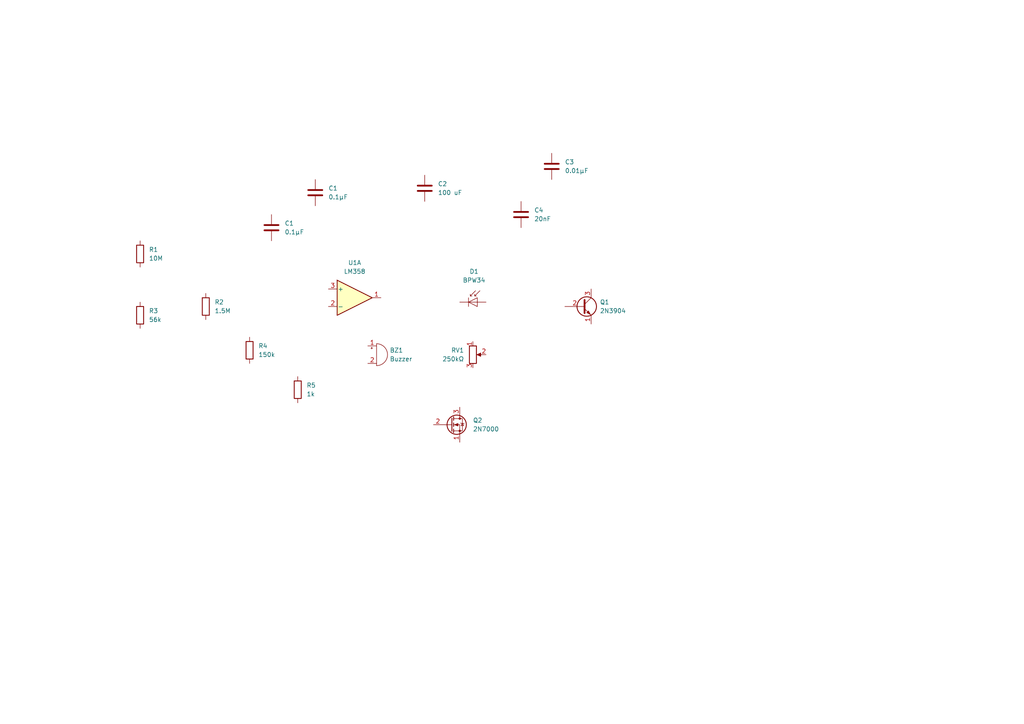
<source format=kicad_sch>
(kicad_sch (version 20211123) (generator eeschema)
  (paper "A4")
  (lib_symbols
    (symbol "Amplifier_Operational:LM358" (pin_names (offset 0.127))
      (property "Reference" "U" (at 0 5.08 0))
      (property "Value" "LM358" (at 0 -5.08 0))
      (symbol "LM358_1_1"
        (polyline (pts (xy -5.08 5.08) (xy 5.08 0) (xy -5.08 -5.08) (xy -5.08 5.08)) (stroke (width 0.254)) (fill (type background)))
        (pin output line (at 7.62 0 180) (length 2.54) (name "~") (number "1"))
        (pin input line (at -7.62 -2.54 0) (length 2.54) (name "-") (number "2"))
        (pin input line (at -7.62 2.54 0) (length 2.54) (name "+") (number "3"))
      )
      (symbol "LM358_2_1"
        (polyline (pts (xy -5.08 5.08) (xy 5.08 0) (xy -5.08 -5.08) (xy -5.08 5.08)) (stroke (width 0.254)) (fill (type background)))
        (pin input line (at -7.62 2.54 0) (length 2.54) (name "+") (number "5"))
        (pin input line (at -7.62 -2.54 0) (length 2.54) (name "-") (number "6"))
        (pin output line (at 7.62 0 180) (length 2.54) (name "~") (number "7"))
      )
      (symbol "LM358_3_1"
        (pin power_in line (at -2.54 -7.62 90) (length 3.81) (name "V-") (number "4"))
        (pin power_in line (at -2.54 7.62 270) (length 3.81) (name "V+") (number "8"))
      )
    )
    (symbol "Device:Buzzer" (pin_names (offset 0.0254) hide)
      (property "Reference" "BZ" (at 3.81 1.27 0))
      (property "Value" "Buzzer" (at 3.81 -1.27 0))
      (symbol "Buzzer_0_1"
        (arc (start 0 -3.175) (mid 3.175 0) (end 0 3.175))
        (polyline (pts (xy -1.651 1.905) (xy -1.143 1.905)))
        (polyline (pts (xy -1.397 2.159) (xy -1.397 1.651)))
        (polyline (pts (xy 0 3.175) (xy 0 -3.175)))
      )
      (symbol "Buzzer_1_1"
        (pin passive line (at -2.54 2.54 0) (length 2.54) (name "-") (number "1"))
        (pin passive line (at -2.54 -2.54 0) (length 2.54) (name "+") (number "2"))
      )
    )
    (symbol "Device:C" (pin_numbers hide) (pin_names (offset 0.254))
      (property "Reference" "C" (at 0.635 2.54 0))
      (property "Value" "C" (at 0.635 -2.54 0))
      (symbol "C_0_1"
        (polyline (pts (xy -2.032 -0.762) (xy 2.032 -0.762)) (stroke (width 0.508)))
        (polyline (pts (xy -2.032 0.762) (xy 2.032 0.762)) (stroke (width 0.508)))
      )
      (symbol "C_1_1"
        (pin passive line (at 0 3.81 270) (length 2.794) (name "~") (number "1"))
        (pin passive line (at 0 -3.81 90) (length 2.794) (name "~") (number "2"))
      )
    )
    (symbol "Device:R" (pin_numbers hide) (pin_names (offset 0))
      (property "Reference" "R" (at 2.032 0 90))
      (property "Value" "R" (at 0 0 90))
      (symbol "R_0_1"
        (rectangle (start -1.016 -2.54) (end 1.016 2.54) (stroke (width 0.254)))
      )
      (symbol "R_1_1"
        (pin passive line (at 0 3.81 270) (length 1.27) (name "~") (number "1"))
        (pin passive line (at 0 -3.81 90) (length 1.27) (name "~") (number "2"))
      )
    )
    (symbol "Device:R_Potentiometer" (pin_names (offset 1.016) hide)
      (property "Reference" "RV" (at -4.445 0 90))
      (property "Value" "R_Potentiometer" (at -2.54 0 90))
      (symbol "R_Potentiometer_0_1"
        (polyline (pts (xy 2.54 0) (xy 1.524 0)))
        (polyline (pts (xy 1.143 0) (xy 2.286 0.508) (xy 2.286 -0.508) (xy 1.143 0)) (fill (type outline)))
        (rectangle (start 1.016 2.54) (end -1.016 -2.54) (stroke (width 0.254)))
      )
      (symbol "R_Potentiometer_1_1"
        (pin passive line (at 0 3.81 270) (length 1.27) (name "1") (number "1"))
        (pin passive line (at 3.81 0 180) (length 1.27) (name "2") (number "2"))
        (pin passive line (at 0 -3.81 90) (length 1.27) (name "3") (number "3"))
      )
    )
    (symbol "Sensor_Optical:BPW34" (pin_numbers hide) (pin_names (offset 1.016) hide)
      (property "Reference" "D" (at 0.508 1.778 0))
      (property "Value" "BPW34" (at -1.016 -2.794 0))
      (symbol "BPW34_0_1"
        (polyline (pts (xy -2.54 1.27) (xy -2.54 -1.27)) (stroke (width 0.1524)))
        (polyline (pts (xy -2.032 1.778) (xy -1.524 1.778)))
        (polyline (pts (xy 0 -1.27) (xy 0 1.27)))
        (polyline (pts (xy 0 0) (xy -2.54 0)))
        (polyline (pts (xy -0.508 3.302) (xy -2.032 1.778) (xy -2.032 2.286)))
        (polyline (pts (xy 0 1.27) (xy -2.54 0) (xy 0 -1.27)))
        (polyline (pts (xy 0.762 3.302) (xy -0.762 1.778) (xy -0.762 2.286) (xy -0.762 1.778) (xy -0.254 1.778)))
      )
      (symbol "BPW34_1_1"
        (pin passive line (at -5.08 0 0) (length 2.54) (name "K") (number "1"))
        (pin passive line (at 2.54 0 180) (length 2.54) (name "A") (number "2"))
      )
    )
    (symbol "Transistor_BJT:2N3904" (pin_names (offset 0) hide)
      (property "Reference" "Q" (at 5.08 1.905 0))
      (property "Value" "2N3904" (at 5.08 0 0))
      (symbol "2N3904_0_1"
        (polyline (pts (xy 0.635 0.635) (xy 2.54 2.54)))
        (polyline (pts (xy 0.635 -0.635) (xy 2.54 -2.54) (xy 2.54 -2.54)))
        (polyline (pts (xy 0.635 1.905) (xy 0.635 -1.905) (xy 0.635 -1.905)) (stroke (width 0.508)))
        (polyline (pts (xy 1.27 -1.778) (xy 1.778 -1.27) (xy 2.286 -2.286) (xy 1.27 -1.778) (xy 1.27 -1.778)) (fill (type outline)))
        (circle (center 1.27 0) (radius 2.8194) (stroke (width 0.254)))
      )
      (symbol "2N3904_1_1"
        (pin passive line (at 2.54 -5.08 90) (length 2.54) (name "E") (number "1"))
        (pin passive line (at -5.08 0 0) (length 5.715) (name "B") (number "2"))
        (pin passive line (at 2.54 5.08 270) (length 2.54) (name "C") (number "3"))
      )
    )
    (symbol "Transistor_FET:2N7000" (pin_names hide)
      (property "Reference" "Q" (at 5.08 1.905 0))
      (property "Value" "2N7000" (at 5.08 0 0))
      (symbol "2N7000_0_1"
        (polyline (pts (xy 0.254 0) (xy -2.54 0)))
        (polyline (pts (xy 0.254 1.905) (xy 0.254 -1.905)) (stroke (width 0.254)))
        (polyline (pts (xy 0.762 -1.27) (xy 0.762 -2.286)) (stroke (width 0.254)))
        (polyline (pts (xy 0.762 0.508) (xy 0.762 -0.508)) (stroke (width 0.254)))
        (polyline (pts (xy 0.762 2.286) (xy 0.762 1.27)) (stroke (width 0.254)))
        (polyline (pts (xy 2.54 2.54) (xy 2.54 1.778)))
        (polyline (pts (xy 2.54 -2.54) (xy 2.54 0) (xy 0.762 0)))
        (polyline (pts (xy 0.762 -1.778) (xy 3.302 -1.778) (xy 3.302 1.778) (xy 0.762 1.778)))
        (polyline (pts (xy 1.016 0) (xy 2.032 0.381) (xy 2.032 -0.381) (xy 1.016 0)) (fill (type outline)))
        (polyline (pts (xy 2.794 0.508) (xy 2.921 0.381) (xy 3.683 0.381) (xy 3.81 0.254)))
        (polyline (pts (xy 3.302 0.381) (xy 2.921 -0.254) (xy 3.683 -0.254) (xy 3.302 0.381)))
        (circle (center 1.651 0) (radius 2.794) (stroke (width 0.254)))
        (circle (center 2.54 -1.778) (radius 0.254) (fill (type outline)))
        (circle (center 2.54 1.778) (radius 0.254) (fill (type outline)))
      )
      (symbol "2N7000_1_1"
        (pin passive line (at 2.54 -5.08 90) (length 2.54) (name "S") (number "1"))
        (pin input line (at -5.08 0 0) (length 2.54) (name "G") (number "2"))
        (pin passive line (at 2.54 5.08 270) (length 2.54) (name "D") (number "3"))
      )
    )
  )
  (symbol (lib_id "Device:C") (at 91.44 55.88 0) (unit 1)
    (property "Reference" "C1" (at 95.25 54.6099 0) (effects (justify left)))
    (property "Value" "0.1µF" (at 95.25 57.1499 0) (effects (justify left)))
    (property "Footprint" "Capacitor_THT:CP_Axial_L10.0mm_D4.5mm_P15.00mm_Horizontal" (effects hide))
  )
  (symbol (lib_id "Transistor_BJT:2N3904") (at 168.91 88.9 0) (unit 1)
    (property "Reference" "Q1" (at 173.99 87.6299 0) (effects (justify left)))
    (property "Value" "2N3904" (at 173.99 90.1699 0) (effects (justify left)))
    (property "Footprint" "Package_TO_SOT_THT:TO-92_Inline" (effects hide))
    (property "Datasheet" "https://www.onsemi.com/pub/Collateral/2N3903-D.PDF" (effects hide))
  )
  (symbol (lib_id "Device:R") (at 59.69 88.9 0) (unit 1)
    (property "Reference" "R2" (at 62.23 87.6299 0) (effects (justify left)))
    (property "Value" "1.5M" (at 62.23 90.1699 0) (effects (justify left)))
    (property "Footprint" "Resistor_THT:R_Axial_DIN0207_L6.3mm_D2.5mm_P10.16mm_Horizontal" (effects hide))
  )
  (symbol (lib_id "Device:C") (at 78.74 66.04 0) (unit 1)
    (property "Reference" "C1" (at 82.55 64.7699 0) (effects (justify left)))
    (property "Value" "0.1µF" (at 82.55 67.3099 0) (effects (justify left)))
    (property "Footprint" "Capacitor_THT:CP_Axial_L10.0mm_D4.5mm_P15.00mm_Horizontal" (effects hide))
  )
  (symbol (lib_id "Device:R") (at 72.39 101.6 0) (unit 1)
    (property "Reference" "R4" (at 74.93 100.3299 0) (effects (justify left)))
    (property "Value" "150k" (at 74.93 102.8699 0) (effects (justify left)))
    (property "Footprint" "Resistor_THT:R_Axial_DIN0207_L6.3mm_D2.5mm_P10.16mm_Horizontal" (effects hide))
  )
  (symbol (lib_id "Device:C") (at 160.02 48.26 0) (unit 1)
    (property "Reference" "C3" (at 163.83 46.9899 0) (effects (justify left)))
    (property "Value" "0.01µF" (at 163.83 49.5299 0) (effects (justify left)))
    (property "Footprint" "Capacitor_THT:CP_Axial_L10.0mm_D4.5mm_P15.00mm_Horizontal" (effects hide))
  )
  (symbol (lib_id "Device:R") (at 86.36 113.03 0) (unit 1)
    (property "Reference" "R5" (at 88.9 111.7599 0) (effects (justify left)))
    (property "Value" "1k" (at 88.9 114.2999 0) (effects (justify left)))
    (property "Footprint" "Resistor_THT:R_Axial_DIN0207_L6.3mm_D2.5mm_P10.16mm_Horizontal" (effects hide))
  )
  (symbol (lib_id "Device:R") (at 40.64 73.66 0) (unit 1)
    (property "Reference" "R1" (at 43.18 72.3899 0) (effects (justify left)))
    (property "Value" "10M" (at 43.18 74.9299 0) (effects (justify left)))
    (property "Footprint" "Resistor_THT:R_Axial_DIN0207_L6.3mm_D2.5mm_P10.16mm_Horizontal" (effects hide))
  )
  (symbol (lib_id "Device:C") (at 151.13 62.23 0) (unit 1)
    (property "Reference" "C4" (at 154.94 60.9599 0) (effects (justify left)))
    (property "Value" "20nF" (at 154.94 63.4999 0) (effects (justify left)))
    (property "Footprint" "Capacitor_THT:CP_Axial_L10.0mm_D4.5mm_P15.00mm_Horizontal" (effects hide))
  )
  (symbol (lib_id "Transistor_FET:2N7000") (at 130.81 123.19 0) (unit 1)
    (property "Reference" "Q2" (at 137.16 121.9199 0) (effects (justify left)))
    (property "Value" "2N7000" (at 137.16 124.4599 0) (effects (justify left)))
    (property "Footprint" "Package_TO_SOT_THT:TO-92_Inline" (effects hide))
    (property "Datasheet" "https://www.onsemi.com/pub/Collateral/NDS7002A-D.PDF" (effects hide))
  )
  (symbol (lib_id "Device:Buzzer") (at 109.22 102.87 0) (unit 1)
    (property "Reference" "BZ1" (at 113.03 101.5999 0) (effects (justify left)))
    (property "Value" "Buzzer" (at 113.03 104.1399 0) (effects (justify left)))
    (property "Footprint" "Buzzer_Beeper:Buzzer_15x7.5RM7.6" (effects hide))
  )
  (symbol (lib_id "Sensor_Optical:BPW34") (at 138.43 87.63 0) (unit 1)
    (property "Reference" "D1" (at 137.5029 78.74 0))
    (property "Value" "BPW34" (at 137.5029 81.28 0))
    (property "Footprint" "OptoDevice:Osram_DIL2_4.3x4.65mm_P5.08mm" (effects hide))
    (property "Datasheet" "http://www.vishay.com/docs/81521/bpw34.pdf" (effects hide))
  )
  (symbol (lib_id "Device:R") (at 40.64 91.44 0) (unit 1)
    (property "Reference" "R3" (at 43.18 90.1699 0) (effects (justify left)))
    (property "Value" "56k" (at 43.18 92.7099 0) (effects (justify left)))
    (property "Footprint" "Resistor_THT:R_Axial_DIN0207_L6.3mm_D2.5mm_P10.16mm_Horizontal" (effects hide))
  )
  (symbol (lib_id "Amplifier_Operational:LM358") (at 102.87 86.36 0) (unit 1)
    (property "Reference" "U1" (at 102.87 76.2 0))
    (property "Value" "LM358" (at 102.87 78.74 0))
    (property "Footprint" "Package_DIP:DIP-8_W7.62mm" (effects hide))
    (property "Datasheet" "http://www.ti.com/lit/ds/symlink/lm2904-n.pdf" (effects hide))
  )
  (symbol (lib_id "Device:R_Potentiometer") (at 137.16 102.87 0) (unit 1)
    (property "Reference" "RV1" (at 134.62 101.5999 0) (effects (justify right)))
    (property "Value" "250kΩ" (at 134.62 104.1399 0) (effects (justify right)))
    (property "Footprint" "Potentiometer_THT:Potentiometer_Vishay_T7-YA_Single_Vertical" (effects hide))
  )
  (symbol (lib_id "Device:C") (at 123.19 54.61 0) (unit 1)
    (property "Reference" "C2" (at 127 53.3399 0) (effects (justify left)))
    (property "Value" "100 uF" (at 127 55.8799 0) (effects (justify left)))
    (property "Footprint" "Capacitor_THT:CP_Axial_L10.0mm_D4.5mm_P15.00mm_Horizontal" (effects hide))
  )
)
</source>
